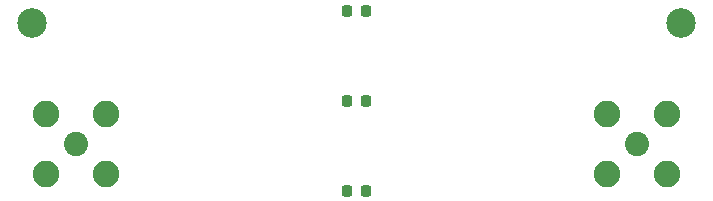
<source format=gbr>
%TF.GenerationSoftware,KiCad,Pcbnew,6.0.10*%
%TF.CreationDate,2023-05-25T16:41:47+02:00*%
%TF.ProjectId,saw_carrier,7361775f-6361-4727-9269-65722e6b6963,rev?*%
%TF.SameCoordinates,Original*%
%TF.FileFunction,Soldermask,Bot*%
%TF.FilePolarity,Negative*%
%FSLAX46Y46*%
G04 Gerber Fmt 4.6, Leading zero omitted, Abs format (unit mm)*
G04 Created by KiCad (PCBNEW 6.0.10) date 2023-05-25 16:41:47*
%MOMM*%
%LPD*%
G01*
G04 APERTURE LIST*
G04 Aperture macros list*
%AMRoundRect*
0 Rectangle with rounded corners*
0 $1 Rounding radius*
0 $2 $3 $4 $5 $6 $7 $8 $9 X,Y pos of 4 corners*
0 Add a 4 corners polygon primitive as box body*
4,1,4,$2,$3,$4,$5,$6,$7,$8,$9,$2,$3,0*
0 Add four circle primitives for the rounded corners*
1,1,$1+$1,$2,$3*
1,1,$1+$1,$4,$5*
1,1,$1+$1,$6,$7*
1,1,$1+$1,$8,$9*
0 Add four rect primitives between the rounded corners*
20,1,$1+$1,$2,$3,$4,$5,0*
20,1,$1+$1,$4,$5,$6,$7,0*
20,1,$1+$1,$6,$7,$8,$9,0*
20,1,$1+$1,$8,$9,$2,$3,0*%
G04 Aperture macros list end*
%ADD10C,2.500000*%
%ADD11C,2.250000*%
%ADD12C,2.050000*%
%ADD13RoundRect,0.225000X-0.225000X-0.250000X0.225000X-0.250000X0.225000X0.250000X-0.225000X0.250000X0*%
G04 APERTURE END LIST*
D10*
%TO.C,H3*%
X148750000Y-100750000D03*
%TD*%
%TO.C,H1*%
X93750000Y-100750000D03*
%TD*%
D11*
%TO.C,J2*%
X142460000Y-113540000D03*
X147540000Y-108460000D03*
X142460000Y-108460000D03*
X147540000Y-113540000D03*
D12*
X145000000Y-111000000D03*
%TD*%
D13*
%TO.C,C6*%
X122025000Y-114935000D03*
X120475000Y-114935000D03*
%TD*%
%TO.C,C7*%
X122025000Y-107315000D03*
X120475000Y-107315000D03*
%TD*%
%TO.C,C5*%
X122025000Y-99695000D03*
X120475000Y-99695000D03*
%TD*%
D12*
%TO.C,J1*%
X97500000Y-111000000D03*
D11*
X100040000Y-113540000D03*
X100040000Y-108460000D03*
X94960000Y-108460000D03*
X94960000Y-113540000D03*
%TD*%
M02*

</source>
